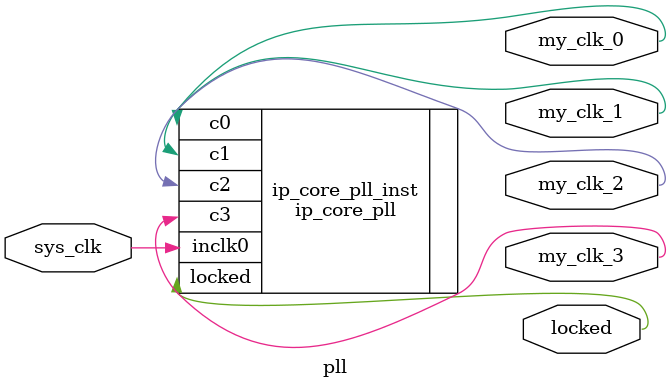
<source format=v>
module pll(
    input   wire        sys_clk,
    output  wire        my_clk_0,
    output  wire        my_clk_1,
    output  wire        my_clk_2,
    output  wire        my_clk_3,
    output  wire        locked
);

ip_core_pll	ip_core_pll_inst (
    .inclk0     (sys_clk),
    .c0         (my_clk_0),
    .c1         (my_clk_1),
    .c2         (my_clk_2),
    .c3         (my_clk_3),
    .locked     (locked)
);



endmodule
</source>
